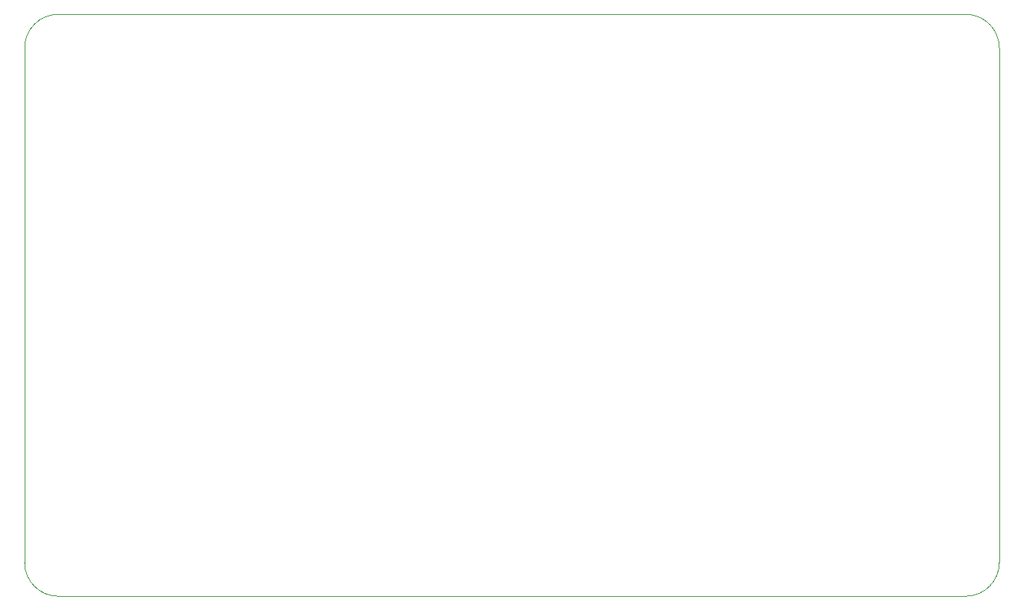
<source format=gm1>
G04 #@! TF.GenerationSoftware,KiCad,Pcbnew,(5.1.12-1-10_14)*
G04 #@! TF.CreationDate,2022-01-30T16:39:28+01:00*
G04 #@! TF.ProjectId,NixieDisplayMotherBoardV2,4e697869-6544-4697-9370-6c61794d6f74,rev?*
G04 #@! TF.SameCoordinates,Original*
G04 #@! TF.FileFunction,Profile,NP*
%FSLAX46Y46*%
G04 Gerber Fmt 4.6, Leading zero omitted, Abs format (unit mm)*
G04 Created by KiCad (PCBNEW (5.1.12-1-10_14)) date 2022-01-30 16:39:28*
%MOMM*%
%LPD*%
G01*
G04 APERTURE LIST*
G04 #@! TA.AperFunction,Profile*
%ADD10C,0.050000*%
G04 #@! TD*
G04 APERTURE END LIST*
D10*
X87630000Y-72390000D02*
G75*
G02*
X91440000Y-68580000I3810000J0D01*
G01*
X194310000Y-68580000D02*
G75*
G02*
X198120000Y-72390000I0J-3810000D01*
G01*
X198120000Y-130810000D02*
G75*
G02*
X194310000Y-134620000I-3810000J0D01*
G01*
X91440000Y-134620000D02*
G75*
G02*
X87630000Y-130810000I0J3810000D01*
G01*
X91440000Y-134620000D02*
X194310000Y-134620000D01*
X198120000Y-72390000D02*
X198120000Y-130810000D01*
X91440000Y-68580000D02*
X194310000Y-68580000D01*
X87630000Y-130810000D02*
X87630000Y-72390000D01*
M02*

</source>
